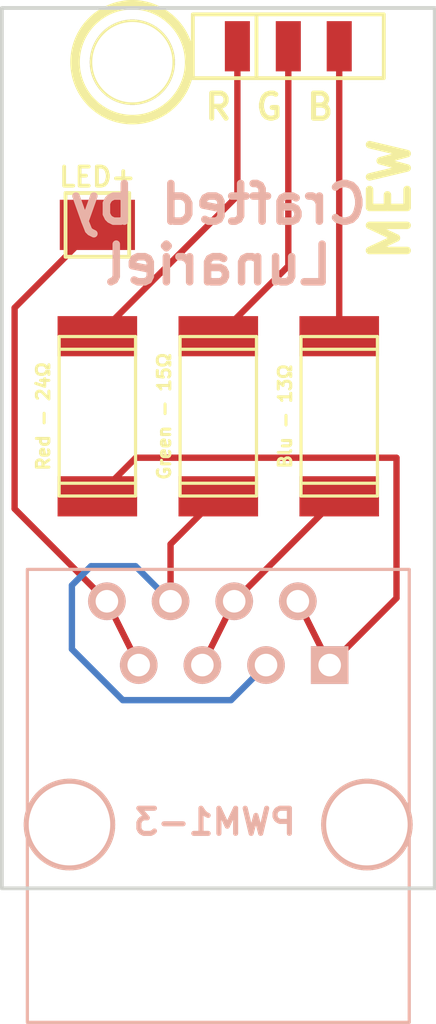
<source format=kicad_pcb>
(kicad_pcb (version 3) (host pcbnew "(2013-june-11)-stable")

  (general
    (links 0)
    (no_connects 0)
    (area 26.848999 52.6288 44.960858 94.551501)
    (thickness 1.6)
    (drawings 9)
    (tracks 26)
    (zones 0)
    (modules 7)
    (nets 1)
  )

  (page A3)
  (layers
    (15 Top signal)
    (0 Bottom signal)
    (16 B.Adhes user)
    (17 F.Adhes user)
    (18 B.Paste user)
    (19 F.Paste user)
    (20 B.SilkS user)
    (21 F.SilkS user)
    (22 B.Mask user)
    (23 F.Mask user)
    (24 Dwgs.User user)
    (25 Cmts.User user)
    (26 Eco1.User user)
    (27 Eco2.User user)
    (28 Edge.Cuts user)
  )

  (setup
    (last_trace_width 0.254)
    (trace_clearance 0.254)
    (zone_clearance 0.508)
    (zone_45_only no)
    (trace_min 0.254)
    (segment_width 0.2)
    (edge_width 0.15)
    (via_size 0.889)
    (via_drill 0.635)
    (via_min_size 0.889)
    (via_min_drill 0.508)
    (uvia_size 0.508)
    (uvia_drill 0.127)
    (uvias_allowed no)
    (uvia_min_size 0.508)
    (uvia_min_drill 0.127)
    (pcb_text_width 0.3)
    (pcb_text_size 1.5 1.5)
    (mod_edge_width 0.15)
    (mod_text_size 1.5 1.5)
    (mod_text_width 0.15)
    (pad_size 3.4 3.4)
    (pad_drill 3.2)
    (pad_to_mask_clearance 0.2)
    (aux_axis_origin 0 0)
    (visible_elements FFFFFBBF)
    (pcbplotparams
      (layerselection 284196865)
      (usegerberextensions true)
      (excludeedgelayer true)
      (linewidth 0.100000)
      (plotframeref false)
      (viasonmask false)
      (mode 1)
      (useauxorigin false)
      (hpglpennumber 1)
      (hpglpenspeed 20)
      (hpglpendiameter 15)
      (hpglpenoverlay 2)
      (psnegative false)
      (psa4output false)
      (plotreference true)
      (plotvalue true)
      (plotothertext true)
      (plotinvisibletext false)
      (padsonsilk false)
      (subtractmaskfromsilk false)
      (outputformat 1)
      (mirror false)
      (drillshape 0)
      (scaleselection 1)
      (outputdirectory /home/lunariel/Projects/))
  )

  (net 0 "")

  (net_class Default "This is the default net class."
    (clearance 0.254)
    (trace_width 0.254)
    (via_dia 0.889)
    (via_drill 0.635)
    (uvia_dia 0.508)
    (uvia_drill 0.127)
    (add_net "")
  )

  (module RJ45_8 (layer Bottom) (tedit 5429D214) (tstamp 542AA23E)
    (at 35.56 86.36 180)
    (tags RJ45)
    (fp_text reference "" (at 0.254 -4.826 180) (layer B.SilkS)
      (effects (font (size 1.524 1.524) (thickness 0.3048)) (justify mirror))
    )
    (fp_text value PWM1-3 (at 0.14224 0.1016 180) (layer B.SilkS)
      (effects (font (size 1.00076 1.00076) (thickness 0.2032)) (justify mirror))
    )
    (fp_line (start -7.62 -7.874) (end 7.62 -7.874) (layer B.SilkS) (width 0.127))
    (fp_line (start 7.62 -7.874) (end 7.62 10.16) (layer B.SilkS) (width 0.127))
    (fp_line (start 7.62 10.16) (end -7.62 10.16) (layer B.SilkS) (width 0.127))
    (fp_line (start -7.62 10.16) (end -7.62 -7.874) (layer B.SilkS) (width 0.127))
    (pad Hole np_thru_hole circle (at 5.93852 0 180) (size 3.64998 3.64998) (drill 3.2512)
      (layers *.Cu *.SilkS *.Mask)
    )
    (pad Hole np_thru_hole circle (at -5.9309 0 180) (size 3.64998 3.64998) (drill 3.2512)
      (layers *.Cu *.SilkS *.Mask)
    )
    (pad 1 thru_hole rect (at -4.445 6.35 180) (size 1.50114 1.50114) (drill 0.89916)
      (layers *.Cu *.Mask B.SilkS)
    )
    (pad 2 thru_hole circle (at -3.175 8.89 180) (size 1.50114 1.50114) (drill 0.89916)
      (layers *.Cu *.Mask B.SilkS)
    )
    (pad 3 thru_hole circle (at -1.905 6.35 180) (size 1.50114 1.50114) (drill 0.89916)
      (layers *.Cu *.Mask B.SilkS)
    )
    (pad 4 thru_hole circle (at -0.635 8.89 180) (size 1.50114 1.50114) (drill 0.89916)
      (layers *.Cu *.Mask B.SilkS)
    )
    (pad 5 thru_hole circle (at 0.635 6.35 180) (size 1.50114 1.50114) (drill 0.89916)
      (layers *.Cu *.Mask B.SilkS)
    )
    (pad 6 thru_hole circle (at 1.905 8.89 180) (size 1.50114 1.50114) (drill 0.89916)
      (layers *.Cu *.Mask B.SilkS)
    )
    (pad 7 thru_hole circle (at 3.175 6.35 180) (size 1.50114 1.50114) (drill 0.89916)
      (layers *.Cu *.Mask B.SilkS)
    )
    (pad 8 thru_hole circle (at 4.445 8.89 180) (size 1.50114 1.50114) (drill 0.89916)
      (layers *.Cu *.Mask B.SilkS)
    )
    (model connectors/RJ45_8.wrl
      (at (xyz 0 0 0))
      (scale (xyz 0.4 0.4 0.4))
      (rotate (xyz 0 0 0))
    )
  )

  (module PIN_ARRAY_3X1 (layer Top) (tedit 54530711) (tstamp 5453707A)
    (at 38.354 55.372)
    (descr "Connecteur 3 pins")
    (tags "CONN DEV")
    (fp_text reference "" (at 0.254 -2.159) (layer F.SilkS) hide
      (effects (font (size 1.016 1.016) (thickness 0.1524)))
    )
    (fp_text value Val** (at 0 -2.159) (layer F.SilkS) hide
      (effects (font (size 1.016 1.016) (thickness 0.1524)))
    )
    (fp_line (start -3.81 1.27) (end -3.81 -1.27) (layer F.SilkS) (width 0.1524))
    (fp_line (start -3.81 -1.27) (end 3.81 -1.27) (layer F.SilkS) (width 0.1524))
    (fp_line (start 3.81 -1.27) (end 3.81 1.27) (layer F.SilkS) (width 0.1524))
    (fp_line (start 3.81 1.27) (end -3.81 1.27) (layer F.SilkS) (width 0.1524))
    (fp_line (start -1.27 -1.27) (end -1.27 1.27) (layer F.SilkS) (width 0.1524))
    (pad 1 smd rect (at -2.032 0) (size 1 2)
      (layers Top F.Paste F.Mask)
    )
    (pad 2 smd rect (at 0 0) (size 1 2)
      (layers Top F.Paste F.Mask)
    )
    (pad 3 smd rect (at 2.032 0) (size 1 2)
      (layers Top F.Paste F.Mask)
    )
    (model pin_array/pins_array_3x1.wrl
      (at (xyz 0 0 0))
      (scale (xyz 1 1 1))
      (rotate (xyz 0 0 0))
    )
  )

  (module r_2512 (layer Top) (tedit 545317CB) (tstamp 54537195)
    (at 40.386 70.104 90)
    (descr "SMT resistor, 2512")
    (fp_text reference "Blu - 13Ω" (at 0 -2.159 90) (layer F.SilkS)
      (effects (font (size 0.50038 0.50038) (thickness 0.11938)))
    )
    (fp_text value R*** (at 0 2.032 90) (layer F.SilkS) hide
      (effects (font (size 0.50038 0.50038) (thickness 0.11938)))
    )
    (fp_line (start 2.667 -1.524) (end 2.667 1.524) (layer F.SilkS) (width 0.127))
    (fp_line (start -2.667 -1.524) (end -2.667 1.524) (layer F.SilkS) (width 0.127))
    (fp_line (start -3.175 -1.524) (end -3.175 1.524) (layer F.SilkS) (width 0.127))
    (fp_line (start -3.175 1.524) (end 3.175 1.524) (layer F.SilkS) (width 0.127))
    (fp_line (start 3.175 1.524) (end 3.175 -1.524) (layer F.SilkS) (width 0.127))
    (fp_line (start 3.175 -1.524) (end -3.175 -1.524) (layer F.SilkS) (width 0.127))
    (pad 1 smd rect (at 3.1877 0 90) (size 1.6002 3.175)
      (layers Top F.Paste F.Mask)
    )
    (pad 2 smd rect (at -3.1877 0 90) (size 1.6002 3.175)
      (layers Top F.Paste F.Mask)
    )
    (model smd/resistors/r_2512.wrl
      (at (xyz 0 0 0))
      (scale (xyz 1 1 1))
      (rotate (xyz 0 0 0))
    )
  )

  (module r_2512 (layer Top) (tedit 545317C0) (tstamp 545371AC)
    (at 35.56 70.104 90)
    (descr "SMT resistor, 2512")
    (fp_text reference "Green - 15Ω" (at 0 -2.159 90) (layer F.SilkS)
      (effects (font (size 0.50038 0.50038) (thickness 0.11938)))
    )
    (fp_text value R*** (at 0 2.032 90) (layer F.SilkS) hide
      (effects (font (size 0.50038 0.50038) (thickness 0.11938)))
    )
    (fp_line (start 2.667 -1.524) (end 2.667 1.524) (layer F.SilkS) (width 0.127))
    (fp_line (start -2.667 -1.524) (end -2.667 1.524) (layer F.SilkS) (width 0.127))
    (fp_line (start -3.175 -1.524) (end -3.175 1.524) (layer F.SilkS) (width 0.127))
    (fp_line (start -3.175 1.524) (end 3.175 1.524) (layer F.SilkS) (width 0.127))
    (fp_line (start 3.175 1.524) (end 3.175 -1.524) (layer F.SilkS) (width 0.127))
    (fp_line (start 3.175 -1.524) (end -3.175 -1.524) (layer F.SilkS) (width 0.127))
    (pad 1 smd rect (at 3.1877 0 90) (size 1.6002 3.175)
      (layers Top F.Paste F.Mask)
    )
    (pad 2 smd rect (at -3.1877 0 90) (size 1.6002 3.175)
      (layers Top F.Paste F.Mask)
    )
    (model smd/resistors/r_2512.wrl
      (at (xyz 0 0 0))
      (scale (xyz 1 1 1))
      (rotate (xyz 0 0 0))
    )
  )

  (module r_2512 (layer Top) (tedit 545317B1) (tstamp 545371C3)
    (at 30.734 70.104 90)
    (descr "SMT resistor, 2512")
    (fp_text reference "Red - 24Ω" (at 0 -2.159 90) (layer F.SilkS)
      (effects (font (size 0.50038 0.50038) (thickness 0.11938)))
    )
    (fp_text value R*** (at 0 2.032 90) (layer F.SilkS) hide
      (effects (font (size 0.50038 0.50038) (thickness 0.11938)))
    )
    (fp_line (start 2.667 -1.524) (end 2.667 1.524) (layer F.SilkS) (width 0.127))
    (fp_line (start -2.667 -1.524) (end -2.667 1.524) (layer F.SilkS) (width 0.127))
    (fp_line (start -3.175 -1.524) (end -3.175 1.524) (layer F.SilkS) (width 0.127))
    (fp_line (start -3.175 1.524) (end 3.175 1.524) (layer F.SilkS) (width 0.127))
    (fp_line (start 3.175 1.524) (end 3.175 -1.524) (layer F.SilkS) (width 0.127))
    (fp_line (start 3.175 -1.524) (end -3.175 -1.524) (layer F.SilkS) (width 0.127))
    (pad 1 smd rect (at 3.1877 0 90) (size 1.6002 3.175)
      (layers Top F.Paste F.Mask)
    )
    (pad 2 smd rect (at -3.1877 0 90) (size 1.6002 3.175)
      (layers Top F.Paste F.Mask)
    )
    (model smd/resistors/r_2512.wrl
      (at (xyz 0 0 0))
      (scale (xyz 1 1 1))
      (rotate (xyz 0 0 0))
    )
  )

  (module PIN_ARRAY_1 (layer Top) (tedit 54531885) (tstamp 5453D136)
    (at 30.734 62.484)
    (descr "1 pin")
    (tags "CONN DEV")
    (fp_text reference LED+ (at 0 -1.905) (layer F.SilkS)
      (effects (font (size 0.762 0.762) (thickness 0.1524)))
    )
    (fp_text value Val** (at 0 -1.905) (layer F.SilkS) hide
      (effects (font (size 0.762 0.762) (thickness 0.1524)))
    )
    (fp_line (start 1.27 1.27) (end -1.27 1.27) (layer F.SilkS) (width 0.1524))
    (fp_line (start -1.27 -1.27) (end 1.27 -1.27) (layer F.SilkS) (width 0.1524))
    (fp_line (start -1.27 1.27) (end -1.27 -1.27) (layer F.SilkS) (width 0.1524))
    (fp_line (start 1.27 -1.27) (end 1.27 1.27) (layer F.SilkS) (width 0.1524))
    (pad 1 smd rect (at 0 0) (size 3 2)
      (layers Top F.Paste F.Mask)
    )
    (model pin_array\pin_1.wrl
      (at (xyz 0 0 0))
      (scale (xyz 1 1 1))
      (rotate (xyz 0 0 0))
    )
  )

  (module 1pin (layer Top) (tedit 5453224F) (tstamp 5453E4D7)
    (at 32.131 56.007)
    (descr "module 1 pin (ou trou mecanique de percage)")
    (tags DEV)
    (path 1pin)
    (fp_text reference "" (at 0 -3.048) (layer F.SilkS) hide
      (effects (font (size 1.016 1.016) (thickness 0.254)))
    )
    (fp_text value P*** (at 0 2.794) (layer F.SilkS) hide
      (effects (font (size 1.016 1.016) (thickness 0.254)))
    )
    (fp_circle (center 0 0) (end 0 -2.286) (layer F.SilkS) (width 0.381))
    (pad "" np_thru_hole circle (at 0 0) (size 3.4 3.4) (drill 3.2)
      (layers *.Cu *.Mask F.SilkS)
    )
  )

  (gr_line (start 44.196 53.848) (end 26.924 53.848) (angle 90) (layer Edge.Cuts) (width 0.15))
  (gr_text R (at 35.56 57.785) (layer F.SilkS)
    (effects (font (size 1 1) (thickness 0.2)))
  )
  (gr_text G (at 37.592 57.785) (layer F.SilkS)
    (effects (font (size 1 1) (thickness 0.2)))
  )
  (gr_text B (at 39.624 57.785) (layer F.SilkS)
    (effects (font (size 1 1) (thickness 0.2)))
  )
  (gr_text "Crafted by\nLunariel" (at 35.56 62.865) (layer B.SilkS)
    (effects (font (size 1.5 1.5) (thickness 0.3)) (justify mirror))
  )
  (gr_text MEW (at 42.418 61.468 90) (layer F.SilkS)
    (effects (font (size 1.5 1.5) (thickness 0.3)))
  )
  (gr_line (start 26.924 53.848) (end 26.924 88.9) (angle 90) (layer Edge.Cuts) (width 0.15))
  (gr_line (start 44.196 88.9) (end 44.196 53.848) (angle 90) (layer Edge.Cuts) (width 0.15))
  (gr_line (start 26.924 88.9) (end 44.196 88.9) (angle 90) (layer Edge.Cuts) (width 0.15))

  (segment (start 36.322 55.499) (end 36.322 61.3283) (width 0.254) (layer Top) (net 0) (status 400000))
  (segment (start 36.322 61.3283) (end 30.734 66.9163) (width 0.254) (layer Top) (net 0) (tstamp 5453E52E) (status 800000))
  (segment (start 38.354 55.499) (end 38.354 64.1223) (width 0.254) (layer Top) (net 0) (status 400000))
  (segment (start 38.354 64.1223) (end 35.56 66.9163) (width 0.254) (layer Top) (net 0) (tstamp 5453E52A) (status 800000))
  (segment (start 40.386 55.499) (end 40.386 66.9163) (width 0.254) (layer Top) (net 0) (status C00000))
  (segment (start 33.655 77.47) (end 33.655 75.1967) (width 0.254) (layer Top) (net 0) (status 400000))
  (segment (start 33.655 75.1967) (end 35.56 73.2917) (width 0.254) (layer Top) (net 0) (tstamp 5453E524) (status 800000))
  (segment (start 37.465 80.01) (end 36.068 81.407) (width 0.254) (layer Bottom) (net 0) (status 400000))
  (segment (start 32.258 76.073) (end 33.655 77.47) (width 0.254) (layer Bottom) (net 0) (tstamp 5453E520) (status 800000))
  (segment (start 30.48 76.073) (end 32.258 76.073) (width 0.254) (layer Bottom) (net 0) (tstamp 5453E51F))
  (segment (start 29.718 76.835) (end 30.48 76.073) (width 0.254) (layer Bottom) (net 0) (tstamp 5453E51E))
  (segment (start 29.718 79.375) (end 29.718 76.835) (width 0.254) (layer Bottom) (net 0) (tstamp 5453E51C))
  (segment (start 31.75 81.407) (end 29.718 79.375) (width 0.254) (layer Bottom) (net 0) (tstamp 5453E51A))
  (segment (start 36.068 81.407) (end 31.75 81.407) (width 0.254) (layer Bottom) (net 0) (tstamp 5453E518))
  (segment (start 36.195 77.47) (end 40.3733 73.2917) (width 0.254) (layer Top) (net 0) (status C00000))
  (segment (start 40.3733 73.2917) (end 40.386 73.2917) (width 0.254) (layer Top) (net 0) (tstamp 5453E515) (status C00000))
  (segment (start 34.925 80.01) (end 36.195 77.47) (width 0.254) (layer Top) (net 0) (status C00000))
  (segment (start 31.115 77.47) (end 27.432 73.787) (width 0.254) (layer Top) (net 0) (status 400000))
  (segment (start 27.432 65.786) (end 30.734 62.484) (width 0.254) (layer Top) (net 0) (tstamp 5453E504) (status 800000))
  (segment (start 27.432 73.787) (end 27.432 65.786) (width 0.254) (layer Top) (net 0) (tstamp 5453E503))
  (segment (start 32.385 80.01) (end 31.115 77.47) (width 0.254) (layer Top) (net 0) (status C00000))
  (segment (start 40.005 80.01) (end 42.672 77.343) (width 0.254) (layer Top) (net 0) (status 400000))
  (segment (start 32.2707 71.755) (end 30.734 73.2917) (width 0.254) (layer Top) (net 0) (tstamp 5453E4F7) (status 800000))
  (segment (start 42.672 71.755) (end 32.2707 71.755) (width 0.254) (layer Top) (net 0) (tstamp 5453E4F6))
  (segment (start 42.672 77.343) (end 42.672 71.755) (width 0.254) (layer Top) (net 0) (tstamp 5453E4F4))
  (segment (start 38.735 77.47) (end 40.005 80.01) (width 0.254) (layer Top) (net 0) (status C00000))

)

</source>
